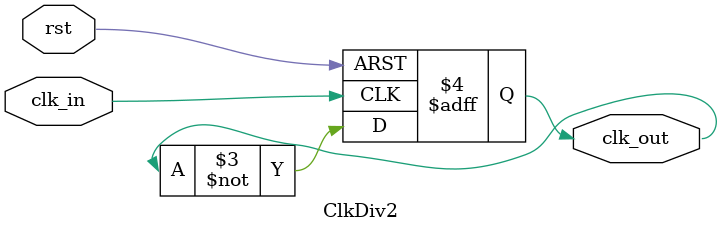
<source format=v>
`timescale 1ns / 1ps


module ClkDiv2(
    input clk_in,
    output reg clk_out,
    input rst
    );
    always @(posedge clk_in or negedge rst) begin
        if(!rst)
            clk_out=1'b0;
        else
            clk_out=~clk_out;
    end
    
endmodule

</source>
